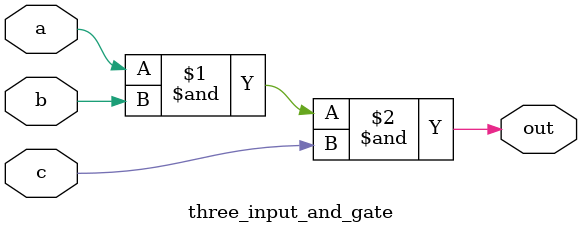
<source format=v>
module three_input_and_gate(out,a,b,c); //you list all inputs and outputs, by convention outputs go first
output out; // this tells the compile which lines are inputs and outputs
input a,b,c;
assign out = a & b & c; // output function
endmodule
</source>
